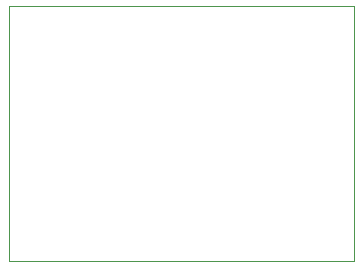
<source format=gbr>
%TF.GenerationSoftware,KiCad,Pcbnew,(5.1.6)-1*%
%TF.CreationDate,2021-10-09T20:15:21-05:00*%
%TF.ProjectId,sensor,73656e73-6f72-42e6-9b69-6361645f7063,rev?*%
%TF.SameCoordinates,Original*%
%TF.FileFunction,Profile,NP*%
%FSLAX46Y46*%
G04 Gerber Fmt 4.6, Leading zero omitted, Abs format (unit mm)*
G04 Created by KiCad (PCBNEW (5.1.6)-1) date 2021-10-09 20:15:21*
%MOMM*%
%LPD*%
G01*
G04 APERTURE LIST*
%TA.AperFunction,Profile*%
%ADD10C,0.050000*%
%TD*%
G04 APERTURE END LIST*
D10*
X29210000Y1270000D02*
X29210000Y0D01*
X1270000Y0D02*
X0Y0D01*
X0Y1270000D02*
X0Y0D01*
X1270000Y21590000D02*
X0Y21590000D01*
X0Y1270000D02*
X0Y21590000D01*
X29210000Y0D02*
X1270000Y0D01*
X29210000Y21590000D02*
X29210000Y1270000D01*
X1270000Y21590000D02*
X29210000Y21590000D01*
M02*

</source>
